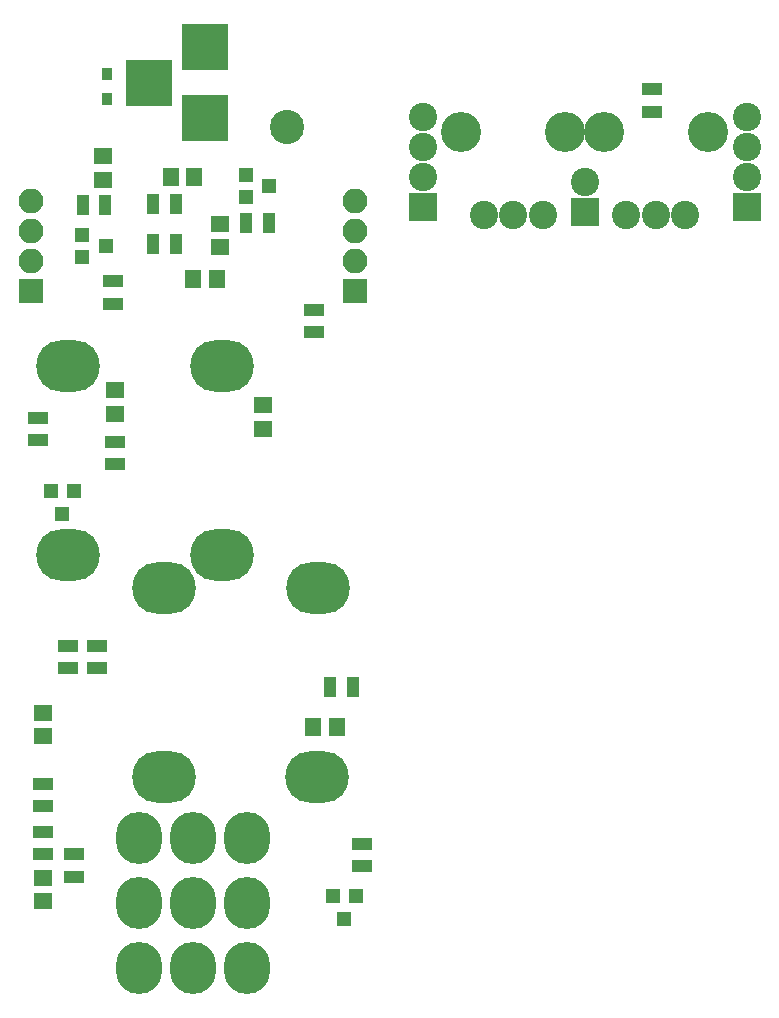
<source format=gbr>
G04 #@! TF.FileFunction,Soldermask,Bot*
%FSLAX46Y46*%
G04 Gerber Fmt 4.6, Leading zero omitted, Abs format (unit mm)*
G04 Created by KiCad (PCBNEW 4.0.6) date 12/28/17 16:04:21*
%MOMM*%
%LPD*%
G01*
G04 APERTURE LIST*
%ADD10C,0.100000*%
%ADD11C,2.400000*%
%ADD12C,3.400000*%
%ADD13R,2.400000X2.400000*%
%ADD14R,1.300000X1.200000*%
%ADD15O,5.400000X4.400000*%
%ADD16C,2.899360*%
%ADD17R,0.850000X1.000000*%
%ADD18R,1.200000X1.300000*%
%ADD19O,3.900000X4.400000*%
%ADD20R,1.650000X1.400000*%
%ADD21R,1.400000X1.650000*%
%ADD22R,1.100000X1.700000*%
%ADD23R,1.700000X1.100000*%
%ADD24R,3.900000X3.900000*%
%ADD25R,2.100000X2.100000*%
%ADD26O,2.100000X2.100000*%
G04 APERTURE END LIST*
D10*
D11*
X127473700Y-86893400D03*
X129973700Y-86893400D03*
X132473700Y-86893400D03*
D12*
X125573700Y-79893400D03*
X134373700Y-79893400D03*
D13*
X136029700Y-86639400D03*
D11*
X136029700Y-84099400D03*
X139538700Y-86893400D03*
X142038700Y-86893400D03*
X144538700Y-86893400D03*
D12*
X137638700Y-79893400D03*
X146438700Y-79893400D03*
D14*
X93488000Y-90485000D03*
X93488000Y-88585000D03*
X95488000Y-89535000D03*
D15*
X100434000Y-134492000D03*
X100434000Y-118492000D03*
X113434000Y-118492000D03*
X113411000Y-134492000D03*
X105306000Y-99696000D03*
X105306000Y-115696000D03*
X92306000Y-115696000D03*
X92329000Y-99696000D03*
D16*
X110871000Y-79502000D03*
D17*
X95631000Y-77123000D03*
X95631000Y-75023000D03*
D18*
X114747000Y-144542000D03*
X116647000Y-144542000D03*
X115697000Y-146542000D03*
D14*
X107331000Y-85405000D03*
X107331000Y-83505000D03*
X109331000Y-84455000D03*
D18*
X90871000Y-110252000D03*
X92771000Y-110252000D03*
X91821000Y-112252000D03*
D19*
X98270000Y-150661000D03*
X98270000Y-145161000D03*
X98270000Y-139661000D03*
X102870000Y-150661000D03*
X102870000Y-145161000D03*
X102870000Y-139661000D03*
X107470000Y-150661000D03*
X107470000Y-145161000D03*
X107470000Y-139661000D03*
D20*
X90170000Y-143018000D03*
X90170000Y-145018000D03*
D21*
X102886000Y-92329000D03*
X104886000Y-92329000D03*
X100981000Y-83693000D03*
X102981000Y-83693000D03*
D20*
X105156000Y-89646000D03*
X105156000Y-87646000D03*
D21*
X115046000Y-130302000D03*
X113046000Y-130302000D03*
D20*
X90170000Y-129048000D03*
X90170000Y-131048000D03*
X108839000Y-103013000D03*
X108839000Y-105013000D03*
X95250000Y-83931000D03*
X95250000Y-81931000D03*
X96266000Y-103743000D03*
X96266000Y-101743000D03*
D22*
X116393000Y-126873000D03*
X114493000Y-126873000D03*
D23*
X92837000Y-142936000D03*
X92837000Y-141036000D03*
X90170000Y-139131000D03*
X90170000Y-141031000D03*
X113157000Y-94935000D03*
X113157000Y-96835000D03*
X117221000Y-142047000D03*
X117221000Y-140147000D03*
D22*
X107381000Y-87630000D03*
X109281000Y-87630000D03*
D23*
X92329000Y-125283000D03*
X92329000Y-123383000D03*
X90170000Y-135067000D03*
X90170000Y-136967000D03*
X141744700Y-78191400D03*
X141744700Y-76291400D03*
X94742000Y-125283000D03*
X94742000Y-123383000D03*
X89789000Y-104079000D03*
X89789000Y-105979000D03*
X96266000Y-108011000D03*
X96266000Y-106111000D03*
D22*
X93538000Y-86106000D03*
X95438000Y-86106000D03*
X99507000Y-85979000D03*
X101407000Y-85979000D03*
X101407000Y-89357200D03*
X99507000Y-89357200D03*
D23*
X96139000Y-92522000D03*
X96139000Y-94422000D03*
D24*
X103886000Y-78740000D03*
X103886000Y-72740000D03*
X99186000Y-75740000D03*
D13*
X122313700Y-86258400D03*
D11*
X122313700Y-83718400D03*
X122313700Y-81178400D03*
X122313700Y-78638400D03*
D13*
X149745700Y-86258400D03*
D11*
X149745700Y-83718400D03*
X149745700Y-81178400D03*
X149745700Y-78638400D03*
D25*
X89154000Y-93345000D03*
D26*
X89154000Y-90805000D03*
X89154000Y-88265000D03*
X89154000Y-85725000D03*
D25*
X116586000Y-93345000D03*
D26*
X116586000Y-90805000D03*
X116586000Y-88265000D03*
X116586000Y-85725000D03*
M02*

</source>
